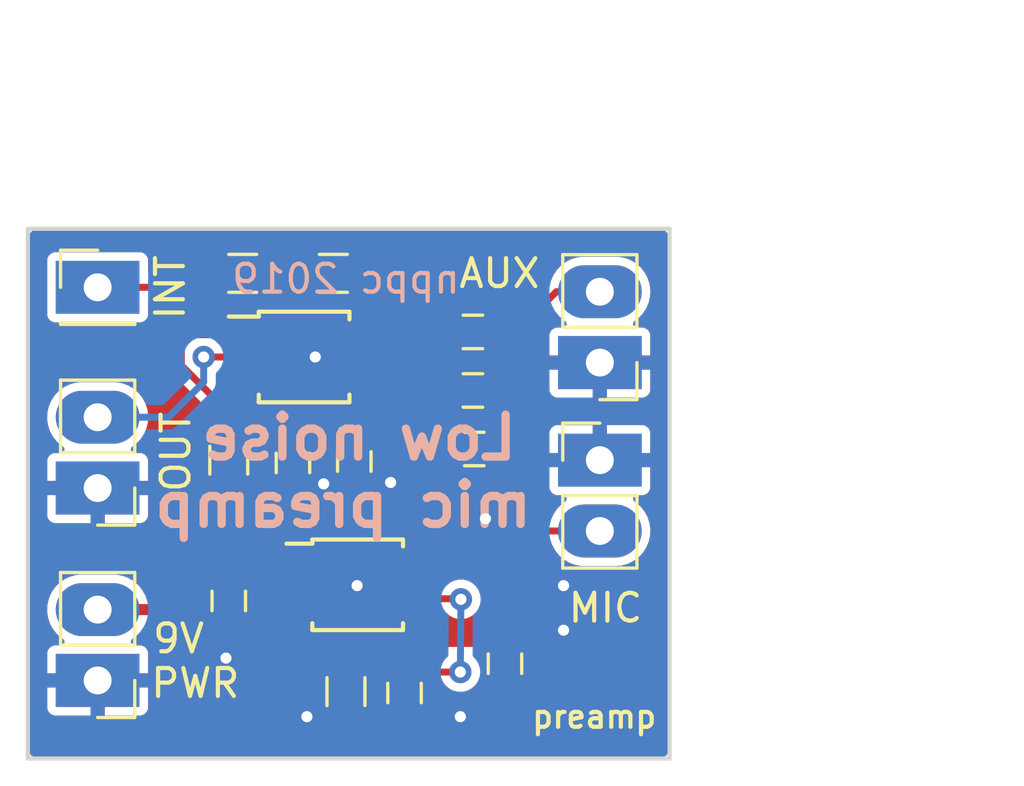
<source format=kicad_pcb>
(kicad_pcb (version 20221018) (generator pcbnew)
  (layers (0 "F.Cu" signal) (31 "B.Cu" signal) (34 "B.Paste" user) (35 "F.Paste" user) (36 "B.SilkS" user "B.Silkscreen") (37 "F.SilkS" user "F.Silkscreen") (38 "B.Mask" user) (39 "F.Mask" user) (44 "Edge.Cuts" user))
  (net 0 "")
  (net 1 "GND")
  (net 2 "/BIAS")
  (net 3 "+9V")
  (net 4 "Net-(C3-Pad1)")
  (net 5 "Net-(C4-Pad1)")
  (net 6 "/AUX_IN")
  (net 7 "/IN-")
  (net 8 "Net-(C6-Pad1)")
  (net 9 "/IN+")
  (net 10 "VCC")
  (net 11 "Net-(J2-Pad1)")
  (net 12 "/OUT")
  (net 13 "/INT")
  (net 14 "/G2")
  (net 15 "/G1")
  (net 16 "Net-(U2-Pad4)")
  (footprint "Capacitors_SMD:C_0603" (layer "F.Cu") (at 139.7 69.35 90)
    (fp_text reference "C1" hide)
    (fp_text value "100n")
    (fp_line (start -0.35 -0.6) (end 0.35 -0.6) (stroke (width 0.12)) (layer "F.SilkS"))
    (fp_line (start 0.35 0.6) (end -0.35 0.6) (stroke (width 0.12)) (layer "F.SilkS"))
    (pad "1" smd rect (at -0.75 0 90) (size 0.8 0.75) (layers "F.Cu" "F.Paste" "F.Mask") (net 1 "GND"))
    (pad "2" smd rect (at 0.75 0 90) (size 0.8 0.75) (layers "F.Cu" "F.Paste" "F.Mask") (net 2 "/BIAS"))
  )
  (footprint "Capacitors_SMD:C_0603" (layer "F.Cu") (at 135.2 74.35 -90)
    (fp_text reference "C2" hide)
    (fp_text value "10uf")
    (fp_line (start -0.35 -0.6) (end 0.35 -0.6) (stroke (width 0.12)) (layer "F.SilkS"))
    (fp_line (start 0.35 0.6) (end -0.35 0.6) (stroke (width 0.12)) (layer "F.SilkS"))
    (pad "1" smd rect (at -0.75 0 270) (size 0.8 0.75) (layers "F.Cu" "F.Paste" "F.Mask") (net 3 "+9V"))
    (pad "2" smd rect (at 0.75 0 270) (size 0.8 0.75) (layers "F.Cu" "F.Paste" "F.Mask") (net 1 "GND"))
  )
  (footprint "Capacitors_SMD:C_0603" (layer "F.Cu") (at 144 68.9 180)
    (fp_text reference "C6" hide)
    (fp_text value "1uf")
    (fp_line (start -0.35 -0.6) (end 0.35 -0.6) (stroke (width 0.12)) (layer "F.SilkS"))
    (fp_line (start 0.35 0.6) (end -0.35 0.6) (stroke (width 0.12)) (layer "F.SilkS"))
    (pad "1" smd rect (at -0.75 0 180) (size 0.8 0.75) (layers "F.Cu" "F.Paste" "F.Mask") (net 8 "Net-(C6-Pad1)"))
    (pad "2" smd rect (at 0.75 0 180) (size 0.8 0.75) (layers "F.Cu" "F.Paste" "F.Mask") (net 9 "/IN+"))
  )
  (footprint "Capacitors_SMD:C_0603" (layer "F.Cu") (at 137.5 69.4 -90)
    (fp_text reference "C7" hide)
    (fp_text value "100n")
    (fp_line (start -0.35 -0.6) (end 0.35 -0.6) (stroke (width 0.12)) (layer "F.SilkS"))
    (fp_line (start 0.35 0.6) (end -0.35 0.6) (stroke (width 0.12)) (layer "F.SilkS"))
    (pad "1" smd rect (at -0.75 0 270) (size 0.8 0.75) (layers "F.Cu" "F.Paste" "F.Mask") (net 10 "VCC"))
    (pad "2" smd rect (at 0.75 0 270) (size 0.8 0.75) (layers "F.Cu" "F.Paste" "F.Mask") (net 1 "GND"))
  )
  (footprint "KiCadCustomLibs:Conn_1x02_2.54mm" (layer "F.Cu") (at 130.5 77.2 180)
    (fp_text reference "J1" hide)
    (fp_text value "PWR" hide)
    (fp_line (start -1.33 -1.33) (end 0 -1.33) (stroke (width 0.12)) (layer "F.SilkS"))
    (fp_line (start -1.33 0) (end -1.33 -1.33) (stroke (width 0.12)) (layer "F.SilkS"))
    (fp_line (start -1.33 1.27) (end -1.33 3.87) (stroke (width 0.12)) (layer "F.SilkS"))
    (fp_line (start -1.33 1.27) (end 1.33 1.27) (stroke (width 0.12)) (layer "F.SilkS"))
    (fp_line (start -1.33 3.87) (end 1.33 3.87) (stroke (width 0.12)) (layer "F.SilkS"))
    (fp_line (start 1.33 1.27) (end 1.33 3.87) (stroke (width 0.12)) (layer "F.SilkS"))
    (pad "1" thru_hole rect (at 0 0 180) (size 3 1.9) (drill 1) (layers "*.Cu" "*.Mask") (net 1 "GND"))
    (pad "2" thru_hole oval (at 0 2.54 180) (size 3 1.9) (drill 1) (layers "*.Cu" "*.Mask") (net 3 "+9V"))
  )
  (footprint "KiCadCustomLibs:Conn_1x01_2.54mm" (layer "F.Cu") (at 130.5 63.1)
    (fp_text reference "J2" hide)
    (fp_text value "INT" hide)
    (fp_line (start -1.33 -1.33) (end 0 -1.33) (stroke (width 0.12)) (layer "F.SilkS"))
    (fp_line (start -1.33 0) (end -1.33 -1.33) (stroke (width 0.12)) (layer "F.SilkS"))
    (fp_line (start -1.33 1.27) (end -1.33 1.33) (stroke (width 0.12)) (layer "F.SilkS"))
    (fp_line (start -1.33 1.27) (end 1.33 1.27) (stroke (width 0.12)) (layer "F.SilkS"))
    (fp_line (start -1.33 1.33) (end 1.33 1.33) (stroke (width 0.12)) (layer "F.SilkS"))
    (fp_line (start 1.33 1.27) (end 1.33 1.33) (stroke (width 0.12)) (layer "F.SilkS"))
    (pad "1" thru_hole rect (at 0 0) (size 3 1.9) (drill 1) (layers "*.Cu" "*.Mask") (net 11 "Net-(J2-Pad1)"))
  )
  (footprint "KiCadCustomLibs:Conn_1x02_2.54mm" (layer "F.Cu") (at 130.5 70.3 180)
    (fp_text reference "J3" hide)
    (fp_text value "OUT" hide)
    (fp_line (start -1.33 -1.33) (end 0 -1.33) (stroke (width 0.12)) (layer "F.SilkS"))
    (fp_line (start -1.33 0) (end -1.33 -1.33) (stroke (width 0.12)) (layer "F.SilkS"))
    (fp_line (start -1.33 1.27) (end -1.33 3.87) (stroke (width 0.12)) (layer "F.SilkS"))
    (fp_line (start -1.33 1.27) (end 1.33 1.27) (stroke (width 0.12)) (layer "F.SilkS"))
    (fp_line (start -1.33 3.87) (end 1.33 3.87) (stroke (width 0.12)) (layer "F.SilkS"))
    (fp_line (start 1.33 1.27) (end 1.33 3.87) (stroke (width 0.12)) (layer "F.SilkS"))
    (pad "1" thru_hole rect (at 0 0 180) (size 3 1.9) (drill 1) (layers "*.Cu" "*.Mask") (net 1 "GND"))
    (pad "2" thru_hole oval (at 0 2.54 180) (size 3 1.9) (drill 1) (layers "*.Cu" "*.Mask") (net 12 "/OUT"))
  )
  (footprint "Resistors_SMD:R_0603" (layer "F.Cu") (at 135.7 62.6 180)
    (fp_text reference "R1" hide)
    (fp_text value "100")
    (fp_line (start -0.5 -0.68) (end 0.5 -0.68) (stroke (width 0.12)) (layer "F.SilkS"))
    (fp_line (start 0.5 0.68) (end -0.5 0.68) (stroke (width 0.12)) (layer "F.SilkS"))
    (pad "1" smd rect (at -0.75 0 180) (size 0.5 0.9) (layers "F.Cu" "F.Paste" "F.Mask") (net 13 "/INT"))
    (pad "2" smd rect (at 0.75 0 180) (size 0.5 0.9) (layers "F.Cu" "F.Paste" "F.Mask") (net 11 "Net-(J2-Pad1)"))
  )
  (footprint "Resistors_SMD:R_0603" (layer "F.Cu") (at 135.2 69.3 -90)
    (fp_text reference "R2" hide)
    (fp_text value "100K")
    (fp_line (start -0.5 -0.68) (end 0.5 -0.68) (stroke (width 0.12)) (layer "F.SilkS"))
    (fp_line (start 0.5 0.68) (end -0.5 0.68) (stroke (width 0.12)) (layer "F.SilkS"))
    (pad "1" smd rect (at -0.75 0 270) (size 0.5 0.9) (layers "F.Cu" "F.Paste" "F.Mask") (net 13 "/INT"))
    (pad "2" smd rect (at 0.75 0 270) (size 0.5 0.9) (layers "F.Cu" "F.Paste" "F.Mask") (net 10 "VCC"))
  )
  (footprint "Housings_SSOP:TSSOP-10_3x3mm_Pitch0.5mm" (layer "F.Cu") (at 137.9 65.6)
    (fp_text reference "U1" hide)
    (fp_text value "MAX4062")
    (fp_line (start -1.625 -1.625) (end -1.625 -1.45) (stroke (width 0.15)) (layer "F.SilkS"))
    (fp_line (start -1.625 -1.625) (end 1.625 -1.625) (stroke (width 0.15)) (layer "F.SilkS"))
    (fp_line (start -1.625 -1.45) (end -2.7 -1.45) (stroke (width 0.15)) (layer "F.SilkS"))
    (fp_line (start -1.625 1.625) (end -1.625 1.35) (stroke (width 0.15)) (layer "F.SilkS"))
    (fp_line (start -1.625 1.625) (end 1.625 1.625) (stroke (width 0.15)) (layer "F.SilkS"))
    (fp_line (start 1.625 -1.625) (end 1.625 -1.35) (stroke (width 0.15)) (layer "F.SilkS"))
    (fp_line (start 1.625 1.625) (end 1.625 1.35) (stroke (width 0.15)) (layer "F.SilkS"))
    (pad "1" smd rect (at -2.15 -1) (size 1.1 0.25) (layers "F.Cu" "F.Paste" "F.Mask") (net 14 "/G2"))
    (pad "2" smd rect (at -2.15 -0.5) (size 1.1 0.25) (layers "F.Cu" "F.Paste" "F.Mask") (net 13 "/INT"))
    (pad "3" smd rect (at -2.15 0) (size 1.1 0.25) (layers "F.Cu" "F.Paste" "F.Mask") (net 12 "/OUT"))
    (pad "4" smd rect (at -2.15 0.5) (size 1.1 0.25) (layers "F.Cu" "F.Paste" "F.Mask") (net 2 "/BIAS"))
    (pad "5" smd rect (at -2.15 1) (size 1.1 0.25) (layers "F.Cu" "F.Paste" "F.Mask") (net 10 "VCC"))
    (pad "6" smd rect (at 2.15 1) (size 1.1 0.25) (layers "F.Cu" "F.Paste" "F.Mask") (net 9 "/IN+"))
    (pad "7" smd rect (at 2.15 0.5) (size 1.1 0.25) (layers "F.Cu" "F.Paste" "F.Mask") (net 7 "/IN-"))
    (pad "8" smd rect (at 2.15 0) (size 1.1 0.25) (layers "F.Cu" "F.Paste" "F.Mask") (net 1 "GND"))
    (pad "9" smd rect (at 2.15 -0.5) (size 1.1 0.25) (layers "F.Cu" "F.Paste" "F.Mask") (net 6 "/AUX_IN"))
    (pad "10" smd rect (at 2.15 -1) (size 1.1 0.25) (layers "F.Cu" "F.Paste" "F.Mask") (net 15 "/G1"))
  )
  (footprint "Capacitors_SMD:C_0603" (layer "F.Cu") (at 143.95 66.8 180)
    (fp_text reference "C5" hide)
    (fp_text value "1uf")
    (fp_line (start -0.35 -0.6) (end 0.35 -0.6) (stroke (width 0.12)) (layer "F.SilkS"))
    (fp_line (start 0.35 0.6) (end -0.35 0.6) (stroke (width 0.12)) (layer "F.SilkS"))
    (pad "1" smd rect (at -0.75 0 180) (size 0.8 0.75) (layers "F.Cu" "F.Paste" "F.Mask") (net 1 "GND"))
    (pad "2" smd rect (at 0.75 0 180) (size 0.8 0.75) (layers "F.Cu" "F.Paste" "F.Mask") (net 7 "/IN-"))
  )
  (footprint "Capacitors_SMD:C_0603" (layer "F.Cu") (at 143.95 64.7 180)
    (fp_text reference "C4" hide)
    (fp_text value "1uf")
    (fp_line (start -0.35 -0.6) (end 0.35 -0.6) (stroke (width 0.12)) (layer "F.SilkS"))
    (fp_line (start 0.35 0.6) (end -0.35 0.6) (stroke (width 0.12)) (layer "F.SilkS"))
    (pad "1" smd rect (at -0.75 0 180) (size 0.8 0.75) (layers "F.Cu" "F.Paste" "F.Mask") (net 5 "Net-(C4-Pad1)"))
    (pad "2" smd rect (at 0.75 0 180) (size 0.8 0.75) (layers "F.Cu" "F.Paste" "F.Mask") (net 6 "/AUX_IN"))
  )
  (footprint "KiCadCustomLibs:Conn_1x02_2.54mm" (layer "F.Cu") (at 148.5 69.3)
    (fp_text reference "J5" hide)
    (fp_text value "MIC" hide)
    (fp_line (start -1.33 -1.33) (end 0 -1.33) (stroke (width 0.12)) (layer "F.SilkS"))
    (fp_line (start -1.33 0) (end -1.33 -1.33) (stroke (width 0.12)) (layer "F.SilkS"))
    (fp_line (start -1.33 1.27) (end -1.33 3.87) (stroke (width 0.12)) (layer "F.SilkS"))
    (fp_line (start -1.33 1.27) (end 1.33 1.27) (stroke (width 0.12)) (layer "F.SilkS"))
    (fp_line (start -1.33 3.87) (end 1.33 3.87) (stroke (width 0.12)) (layer "F.SilkS"))
    (fp_line (start 1.33 1.27) (end 1.33 3.87) (stroke (width 0.12)) (layer "F.SilkS"))
    (pad "1" thru_hole rect (at 0 0) (size 3 1.9) (drill 1) (layers "*.Cu" "*.Mask") (net 1 "GND"))
    (pad "2" thru_hole oval (at 0 2.54) (size 3 1.9) (drill 1) (layers "*.Cu" "*.Mask") (net 8 "Net-(C6-Pad1)"))
  )
  (footprint "KiCadCustomLibs:Conn_1x02_2.54mm" (layer "F.Cu") (at 148.5 65.8 180)
    (fp_text reference "J4" hide)
    (fp_text value "AUX" hide)
    (fp_line (start -1.33 -1.33) (end 0 -1.33) (stroke (width 0.12)) (layer "F.SilkS"))
    (fp_line (start -1.33 0) (end -1.33 -1.33) (stroke (width 0.12)) (layer "F.SilkS"))
    (fp_line (start -1.33 1.27) (end -1.33 3.87) (stroke (width 0.12)) (layer "F.SilkS"))
    (fp_line (start -1.33 1.27) (end 1.33 1.27) (stroke (width 0.12)) (layer "F.SilkS"))
    (fp_line (start -1.33 3.87) (end 1.33 3.87) (stroke (width 0.12)) (layer "F.SilkS"))
    (fp_line (start 1.33 1.27) (end 1.33 3.87) (stroke (width 0.12)) (layer "F.SilkS"))
    (pad "1" thru_hole rect (at 0 0 180) (size 3 1.9) (drill 1) (layers "*.Cu" "*.Mask") (net 1 "GND"))
    (pad "2" thru_hole oval (at 0 2.54 180) (size 3 1.9) (drill 1) (layers "*.Cu" "*.Mask") (net 5 "Net-(C4-Pad1)"))
  )
  (footprint "Capacitors_SMD:C_0603" (layer "F.Cu") (at 141.5 77.65 -90)
    (fp_text reference "C3" hide)
    (fp_text value "0.47uf")
    (fp_line (start -0.35 -0.6) (end 0.35 -0.6) (stroke (width 0.12)) (layer "F.SilkS"))
    (fp_line (start 0.35 0.6) (end -0.35 0.6) (stroke (width 0.12)) (layer "F.SilkS"))
    (pad "1" smd rect (at -0.75 0 270) (size 0.8 0.75) (layers "F.Cu" "F.Paste" "F.Mask") (net 4 "Net-(C3-Pad1)"))
    (pad "2" smd rect (at 0.75 0 270) (size 0.8 0.75) (layers "F.Cu" "F.Paste" "F.Mask") (net 1 "GND"))
  )
  (footprint "Resistors_SMD:R_0603" (layer "F.Cu") (at 139.4 77.6 90)
    (fp_text reference "R4" hide)
    (fp_text value "50K")
    (fp_line (start -0.5 -0.68) (end 0.5 -0.68) (stroke (width 0.12)) (layer "F.SilkS"))
    (fp_line (start 0.5 0.68) (end -0.5 0.68) (stroke (width 0.12)) (layer "F.SilkS"))
    (pad "1" smd rect (at -0.75 0 90) (size 0.5 0.9) (layers "F.Cu" "F.Paste" "F.Mask") (net 1 "GND"))
    (pad "2" smd rect (at 0.75 0 90) (size 0.5 0.9) (layers "F.Cu" "F.Paste" "F.Mask") (net 4 "Net-(C3-Pad1)"))
  )
  (footprint "Capacitors_SMD:C_0603" (layer "F.Cu") (at 145.1 76.6 -90)
    (fp_text reference "C8" hide)
    (fp_text value "10uf")
    (fp_line (start -0.35 -0.6) (end 0.35 -0.6) (stroke (width 0.12)) (layer "F.SilkS"))
    (fp_line (start 0.35 0.6) (end -0.35 0.6) (stroke (width 0.12)) (layer "F.SilkS"))
    (pad "1" smd rect (at -0.75 0 270) (size 0.8 0.75) (layers "F.Cu" "F.Paste" "F.Mask") (net 10 "VCC"))
    (pad "2" smd rect (at 0.75 0 270) (size 0.8 0.75) (layers "F.Cu" "F.Paste" "F.Mask") (net 1 "GND"))
  )
  (footprint "Housings_SSOP:MSOP-10-1EP_3x3mm_Pitch0.5mm" (layer "F.Cu") (at 139.82 73.77)
    (fp_text reference "U2" hide)
    (fp_text value "LT3042")
    (fp_line (start -1.625 -1.625) (end -1.625 -1.475) (stroke (width 0.15)) (layer "F.SilkS"))
    (fp_line (start -1.625 -1.625) (end 1.625 -1.625) (stroke (width 0.15)) (layer "F.SilkS"))
    (fp_line (start -1.625 -1.475) (end -2.55 -1.475) (stroke (width 0.15)) (layer "F.SilkS"))
    (fp_line (start -1.625 1.625) (end -1.625 1.3775) (stroke (width 0.15)) (layer "F.SilkS"))
    (fp_line (start -1.625 1.625) (end 1.625 1.625) (stroke (width 0.15)) (layer "F.SilkS"))
    (fp_line (start 1.625 -1.625) (end 1.625 -1.3775) (stroke (width 0.15)) (layer "F.SilkS"))
    (fp_line (start 1.625 1.625) (end 1.625 1.3775) (stroke (width 0.15)) (layer "F.SilkS"))
    (pad "1" smd rect (at -2.105 -1) (size 0.89 0.305) (layers "F.Cu" "F.Paste" "F.Mask") (net 3 "+9V"))
    (pad "2" smd rect (at -2.105 -0.5) (size 0.89 0.305) (layers "F.Cu" "F.Paste" "F.Mask") (net 3 "+9V"))
    (pad "3" smd rect (at -2.105 0) (size 0.89 0.305) (layers "F.Cu" "F.Paste" "F.Mask") (net 3 "+9V"))
    (pad "4" smd rect (at -2.105 0.5) (size 0.89 0.305) (layers "F.Cu" "F.Paste" "F.Mask") (net 16 "Net-(U2-Pad4)"))
    (pad "5" smd rect (at -2.105 1) (size 0.89 0.305) (layers "F.Cu" "F.Paste" "F.Mask") (net 1 "GND"))
    (pad "6" smd rect (at 2.105 1) (size 0.89 0.305) (layers "F.Cu" "F.Paste" "F.Mask") (net 3 "+9V"))
    (pad "7" smd rect (at 2.105 0.5) (size 0.89 0.305) (layers "F.Cu" "F.Paste" "F.Mask") (net 4 "Net-(C3-Pad1)"))
    (pad "8" smd rect (at 2.105 0) (size 0.89 0.305) (layers "F.Cu" "F.Paste" "F.Mask") (net 1 "GND"))
    (pad "9" smd rect (at 2.105 -0.5) (size 0.89 0.305) (layers "F.Cu" "F.Paste" "F.Mask") (net 10 "VCC"))
    (pad "10" smd rect (at 2.105 -1) (size 0.89 0.305) (layers "F.Cu" "F.Paste" "F.Mask") (net 10 "VCC"))
    (pad "11" smd rect (at -0.42 -0.47) (size 0.84 0.94) (layers "F.Cu" "F.Paste" "F.Mask") (net 1 "GND"))
    (pad "11" smd rect (at -0.42 0.47) (size 0.84 0.94) (layers "F.Cu" "F.Paste" "F.Mask") (net 1 "GND"))
    (pad "11" smd rect (at 0.42 -0.47) (size 0.84 0.94) (layers "F.Cu" "F.Paste" "F.Mask") (net 1 "GND"))
    (pad "11" smd rect (at 0.42 0.47) (size 0.84 0.94) (layers "F.Cu" "F.Paste" "F.Mask") (net 1 "GND"))
  )
  (footprint "Resistors_SMD:R_0603" (layer "F.Cu") (at 138.95 62.6 180)
    (fp_text reference "R3" hide)
    (fp_text value "11K")
    (fp_line (start -0.5 -0.68) (end 0.5 -0.68) (stroke (width 0.12)) (layer "F.SilkS"))
    (fp_line (start 0.5 0.68) (end -0.5 0.68) (stroke (width 0.12)) (layer "F.SilkS"))
    (pad "1" smd rect (at -0.75 0 180) (size 0.5 0.9) (layers "F.Cu" "F.Paste" "F.Mask") (net 15 "/G1"))
    (pad "2" smd rect (at 0.75 0 180) (size 0.5 0.9) (layers "F.Cu" "F.Paste" "F.Mask") (net 14 "/G2"))
  )
  (gr_line (start 128 80) (end 128 61) (stroke (width 0.15)) (layer "Edge.Cuts"))
  (gr_line (start 151 61) (end 151 80) (stroke (width 0.15)) (layer "Edge.Cuts"))
  (gr_line (start 128 61) (end 151 61) (stroke (width 0.15)) (layer "Edge.Cuts"))
  (gr_line (start 151 80) (end 128 80) (stroke (width 0.15)) (layer "Edge.Cuts"))
  (gr_text "Low noise \nmic preamp" (at 139.3 69.7) (layer "B.SilkS") (effects (font (size 1.5 1.5) (thickness 0.3)) (justify mirror)))
  (gr_text "nppc 2019" (at 139.4 62.8) (layer "B.SilkS") (effects (font (size 1 1)) (justify mirror)))
  (gr_text "MIC" (at 148.7 74.6) (layer "F.SilkS") (effects (font (size 1 1))))
  (gr_text "PWR" (at 134 77.3) (layer "F.SilkS") (effects (font (size 1 1))))
  (gr_text "INT" (at 133.1 63.1 90) (layer "F.SilkS") (effects (font (size 1 1))))
  (gr_text "OUT" (at 133.3 69 90) (layer "F.SilkS") (effects (font (size 1 1))))
  (gr_text "preamp" (at 148.3 78.5) (layer "F.SilkS") (effects (font (size 0.8 0.8))))
  (gr_text "9V" (at 133.4 75.7) (layer "F.SilkS") (effects (font (size 1 1))))
  (gr_text "AUX" (at 144.9 62.6) (layer "F.SilkS") (effects (font (size 1 1))))
  (segment (start 137.715 74.77) (end 138.87 74.77) (width 0.25) (layer "F.Cu") (net 1))
  (segment (start 139.4 74.24) (end 139.4 73.3) (width 0.25) (layer "F.Cu") (net 1))
  (segment (start 139.4 74.24) (end 140.24 74.24) (width 0.25) (layer "F.Cu") (net 1))
  (segment (start 139.4 73.3) (end 140.24 73.3) (width 0.25) (layer "F.Cu") (net 1))
  (segment (start 141.925 73.77) (end 140.71 73.77) (width 0.25) (layer "F.Cu") (net 1))
  (segment (start 140.71 73.77) (end 140.24 73.3) (width 0.25) (layer "F.Cu") (net 1))
  (segment (start 141 70.1) (end 143.1 70.1) (width 0.4) (layer "F.Cu") (net 1))
  (segment (start 139.7 70.1) (end 141 70.1) (width 0.25) (layer "F.Cu") (net 1))
  (segment (start 146 66.2) (end 146.4 65.8) (width 0.25) (layer "F.Cu") (net 1))
  (segment (start 137.5 70.15) (end 138.6 70.15) (width 0.25) (layer "F.Cu") (net 1))
  (segment (start 145.7 66.8) (end 146 66.5) (width 0.25) (layer "F.Cu") (net 1))
  (segment (start 138.05 78.55) (end 138 78.5) (width 0.25) (layer "F.Cu") (net 1))
  (segment (start 138.6 70.15) (end 139.65 70.15) (width 0.25) (layer "F.Cu") (net 1))
  (segment (start 143.1 70.1) (end 144.4 71.4) (width 0.4) (layer "F.Cu") (net 1))
  (segment (start 140.05 65.6) (end 138.3 65.6) (width 0.25) (layer "F.Cu") (net 1))
  (segment (start 138.87 74.77) (end 139.34 74.3) (width 0.25) (layer "F.Cu") (net 1))
  (segment (start 144.7 66.8) (end 145.7 66.8) (width 0.25) (layer "F.Cu") (net 1))
  (segment (start 139.65 70.15) (end 139.7 70.1) (width 0.25) (layer "F.Cu") (net 1))
  (segment (start 139.4 78.55) (end 138.05 78.55) (width 0.25) (layer "F.Cu") (net 1))
  (segment (start 147.2 73.8) (end 147.2 75.4) (width 0.4) (layer "F.Cu") (net 1))
  (segment (start 143.8 78.6) (end 143.95 78.45) (width 0.25) (layer "F.Cu") (net 1))
  (segment (start 145.1 78.45) (end 145.1 77.40001) (width 0.25) (layer "F.Cu") (net 1))
  (segment (start 139.4 78.35) (end 141.45 78.35) (width 0.25) (layer "F.Cu") (net 1))
  (segment (start 146.4 65.8) (end 148.7 65.8) (width 0.25) (layer "F.Cu") (net 1))
  (segment (start 135.1 75.1) (end 135.1 76.4) (width 0.25) (layer "F.Cu") (net 1))
  (segment (start 143.55 78.45) (end 143.5 78.5) (width 0.25) (layer "F.Cu") (net 1))
  (segment (start 146 66.5) (end 146 66.2) (width 0.25) (layer "F.Cu") (net 1))
  (segment (start 139.34 74.3) (end 139.4 74.24) (width 0.25) (layer "F.Cu") (net 1))
  (segment (start 143.95 78.45) (end 145.1 78.45) (width 0.25) (layer "F.Cu") (net 1))
  (segment (start 141.5 78.6) (end 143.8 78.6) (width 0.25) (layer "F.Cu") (net 1))
  (segment (start 141.45 78.35) (end 141.5 78.4) (width 0.25) (layer "F.Cu") (net 1))
  (segment (start 145.1 78.45) (end 143.55 78.45) (width 0.25) (layer "F.Cu") (net 1))
  (via (at 139.8 73.8) (size 0.8) (drill 0.4) (layers "F.Cu" "B.Cu") (net 1))
  (via (at 138.6 70.15) (size 0.8) (drill 0.4) (layers "F.Cu" "B.Cu") (net 1))
  (via (at 138.3 65.6) (size 0.8) (drill 0.4) (layers "F.Cu" "B.Cu") (net 1))
  (via (at 144.4 71.4) (size 0.8) (drill 0.4) (layers "F.Cu" "B.Cu") (net 1))
  (via (at 135.1 76.4) (size 0.8) (drill 0.4) (layers "F.Cu" "B.Cu") (net 1))
  (via (at 143.5 78.5) (size 0.8) (drill 0.4) (layers "F.Cu" "B.Cu") (net 1))
  (via (at 138 78.5) (size 0.8) (drill 0.4) (layers "F.Cu" "B.Cu") (net 1))
  (via (at 147.2 73.8) (size 0.8) (drill 0.4) (layers "F.Cu" "B.Cu") (net 1))
  (via (at 141 70.1) (size 0.8) (drill 0.4) (layers "F.Cu" "B.Cu") (net 1))
  (via (at 147.2 75.4) (size 0.8) (drill 0.4) (layers "F.Cu" "B.Cu") (net 1))
  (segment (start 138 75.64) (end 139.34 74.3) (width 0.25) (layer "B.Cu") (net 1))
  (segment (start 143.5 65.6) (end 143.7 65.8) (width 0.25) (layer "B.Cu") (net 1))
  (segment (start 145 70.1) (end 145.8 69.3) (width 0.25) (layer "B.Cu") (net 1))
  (segment (start 141 70.1) (end 145.7 70.1) (width 0.25) (layer "B.Cu") (net 1))
  (segment (start 146.8 73.8) (end 147.2 73.8) (width 0.4) (layer "B.Cu") (net 1))
  (segment (start 138.3 65.6) (end 143.5 65.6) (width 0.25) (layer "B.Cu") (net 1))
  (segment (start 134.3 77.2) (end 130.5 77.2) (width 0.25) (layer "B.Cu") (net 1))
  (segment (start 143.7 65.8) (end 148.7 65.8) (width 0.25) (layer "B.Cu") (net 1))
  (segment (start 145.8 69.3) (end 148.7 69.3) (width 0.25) (layer "B.Cu") (net 1))
  (segment (start 143.5 78.5) (end 138 78.5) (width 0.25) (layer "B.Cu") (net 1))
  (segment (start 135.1 76.4) (end 134.3 77.2) (width 0.25) (layer "B.Cu") (net 1))
  (segment (start 144.4 71.4) (end 146.8 73.8) (width 0.4) (layer "B.Cu") (net 1))
  (segment (start 138 78.5) (end 138 75.64) (width 0.25) (layer "B.Cu") (net 1))
  (segment (start 137 66.1) (end 135.75 66.1) (width 0.25) (layer "F.Cu") (net 2))
  (segment (start 139.7 68.6) (end 139 68.6) (width 0.25) (layer "F.Cu") (net 2))
  (segment (start 138.5 68.1) (end 138.5 67.6) (width 0.25) (layer "F.Cu") (net 2))
  (segment (start 139 68.6) (end 138.5 68.1) (width 0.25) (layer "F.Cu") (net 2))
  (segment (start 138.5 67.6) (end 137 66.1) (width 0.25) (layer "F.Cu") (net 2))
  (segment (start 141.925 74.77) (end 141.925 75.575) (width 0.25) (layer "F.Cu") (net 3))
  (segment (start 141.925 75.575) (end 141.6 75.9) (width 0.25) (layer "F.Cu") (net 3))
  (segment (start 136.63 72.77) (end 136.5 72.9) (width 0.25) (layer "F.Cu") (net 3))
  (segment (start 136.67 73.77) (end 136.5 73.6) (width 0.25) (layer "F.Cu") (net 3))
  (segment (start 137.715 73.77) (end 136.67 73.77) (width 0.25) (layer "F.Cu") (net 3))
  (segment (start 136.57 73.27) (end 137.715 73.27) (width 0.25) (layer "F.Cu") (net 3))
  (segment (start 136.5 73.2) (end 136.57 73.27) (width 0.25) (layer "F.Cu") (net 3))
  (segment (start 141.6 75.9) (end 136.9 75.9) (width 0.25) (layer "F.Cu") (net 3))
  (segment (start 136.5 72.9) (end 136.5 73.2) (width 0.25) (layer "F.Cu") (net 3))
  (segment (start 136.5 73.6) (end 136.5 73.2) (width 0.25) (layer "F.Cu") (net 3))
  (segment (start 137.715 72.77) (end 136.63 72.77) (width 0.25) (layer "F.Cu") (net 3))
  (segment (start 136.9 75.9) (end 136.5 75.5) (width 0.25) (layer "F.Cu") (net 3))
  (segment (start 136.5 75.5) (end 136.5 73.6) (width 0.25) (layer "F.Cu") (net 3))
  (segment (start 134.5 73.6) (end 136.5 73.6) (width 0.4) (layer "F.Cu") (net 3))
  (segment (start 130.5 74.66) (end 132.64 74.66) (width 0.4) (layer "F.Cu") (net 3))
  (segment (start 132.64 74.66) (end 133.7 73.6) (width 0.4) (layer "F.Cu") (net 3))
  (segment (start 133.7 73.6) (end 134.5 73.6) (width 0.4) (layer "F.Cu") (net 3))
  (segment (start 143.5 74.27) (end 143.52 74.29) (width 0.25) (layer "F.Cu") (net 4))
  (segment (start 141.925 74.27) (end 143.5 74.27) (width 0.25) (layer "F.Cu") (net 4))
  (segment (start 139.43 76.82) (end 139.4 76.85) (width 0.25) (layer "F.Cu") (net 4))
  (segment (start 141.5 76.9) (end 139.45 76.9) (width 0.25) (layer "F.Cu") (net 4))
  (segment (start 139.45 76.9) (end 139.4 76.85) (width 0.25) (layer "F.Cu") (net 4))
  (segment (start 143.5 76.9) (end 141.5 76.9) (width 0.25) (layer "F.Cu") (net 4))
  (segment (start 141.6 76.8) (end 141.5 76.9) (width 0.25) (layer "F.Cu") (net 4))
  (via (at 143.52 74.29) (size 0.8) (drill 0.4) (layers "F.Cu" "B.Cu") (net 4))
  (via (at 143.5 76.9) (size 0.8) (drill 0.4) (layers "F.Cu" "B.Cu") (net 4))
  (segment (start 143.52 74.29) (end 143.5 76.9) (width 0.25) (layer "B.Cu") (net 4))
  (segment (start 145.5 64.7) (end 146.94 63.26) (width 0.25) (layer "F.Cu") (net 5))
  (segment (start 146.94 63.26) (end 148.7 63.26) (width 0.25) (layer "F.Cu") (net 5))
  (segment (start 144.7 64.7) (end 145.5 64.7) (width 0.25) (layer "F.Cu") (net 5))
  (segment (start 143.2 64.7) (end 141.7 64.7) (width 0.25) (layer "F.Cu") (net 6))
  (segment (start 141.3 65.1) (end 140.05 65.1) (width 0.25) (layer "F.Cu") (net 6))
  (segment (start 141.7 64.7) (end 141.3 65.1) (width 0.25) (layer "F.Cu") (net 6))
  (segment (start 141.4 66.1) (end 142.1 66.8) (width 0.25) (layer "F.Cu") (net 7))
  (segment (start 140.05 66.1) (end 141.4 66.1) (width 0.25) (layer "F.Cu") (net 7))
  (segment (start 142.1 66.8) (end 143.2 66.8) (width 0.25) (layer "F.Cu") (net 7))
  (segment (start 144.75 70.05) (end 146.54 71.84) (width 0.25) (layer "F.Cu") (net 8))
  (segment (start 146.54 71.84) (end 148.7 71.84) (width 0.25) (layer "F.Cu") (net 8))
  (segment (start 144.75 68.9) (end 144.75 70.05) (width 0.25) (layer "F.Cu") (net 8))
  (segment (start 142.4 68.9) (end 143.25 68.9) (width 0.25) (layer "F.Cu") (net 9))
  (segment (start 140.9 66.6) (end 140.05 66.6) (width 0.25) (layer "F.Cu") (net 9))
  (segment (start 141.6 68.1) (end 142.4 68.9) (width 0.25) (layer "F.Cu") (net 9))
  (segment (start 141.6 67.3) (end 141.6 68.1) (width 0.25) (layer "F.Cu") (net 9))
  (segment (start 141.6 67.3) (end 140.9 66.6) (width 0.25) (layer "F.Cu") (net 9))
  (segment (start 143.57 72.77) (end 143.07 73.27) (width 0.25) (layer "F.Cu") (net 10))
  (segment (start 143.07 73.27) (end 141.925 73.27) (width 0.25) (layer "F.Cu") (net 10))
  (segment (start 141.925 72.77) (end 143.57 72.77) (width 0.25) (layer "F.Cu") (net 10))
  (segment (start 136 71.5) (end 142.9 71.5) (width 0.4) (layer "F.Cu") (net 10))
  (segment (start 145 76) (end 145.4 74.9) (width 0.25) (layer "F.Cu") (net 10))
  (segment (start 135.75 66.6) (end 136.5 66.6) (width 0.25) (layer "F.Cu") (net 10))
  (segment (start 135.2 70.7) (end 136 71.5) (width 0.4) (layer "F.Cu") (net 10))
  (segment (start 137.5 67.6) (end 137.5 68.65) (width 0.25) (layer "F.Cu") (net 10))
  (segment (start 143.57 72.17) (end 143.57 72.77) (width 0.4) (layer "F.Cu") (net 10))
  (segment (start 144.17 72.77) (end 143.57 72.77) (width 0.25) (layer "F.Cu") (net 10))
  (segment (start 136.05 70.05) (end 136.4 69.7) (width 0.4) (layer "F.Cu") (net 10))
  (segment (start 145.4 74.9) (end 144.9 74.4) (width 0.25) (layer "F.Cu") (net 10))
  (segment (start 135.2 70.05) (end 136.05 70.05) (width 0.4) (layer "F.Cu") (net 10))
  (segment (start 136.4 69) (end 136.75 68.65) (width 0.4) (layer "F.Cu") (net 10))
  (segment (start 136.4 69.7) (end 136.4 69) (width 0.4) (layer "F.Cu") (net 10))
  (segment (start 135.2 70.05) (end 135.2 70.7) (width 0.4) (layer "F.Cu") (net 10))
  (segment (start 144.9 74.4) (end 144.9 73.5) (width 0.25) (layer "F.Cu") (net 10))
  (segment (start 136.5 66.6) (end 137.5 67.6) (width 0.25) (layer "F.Cu") (net 10))
  (segment (start 144.9 73.5) (end 144.17 72.77) (width 0.25) (layer "F.Cu") (net 10))
  (segment (start 136.75 68.65) (end 137.5 68.65) (width 0.4) (layer "F.Cu") (net 10))
  (segment (start 142.9 71.5) (end 143.57 72.17) (width 0.4) (layer "F.Cu") (net 10))
  (segment (start 130.5 63.1) (end 132.8 63.1) (width 0.25) (layer "F.Cu") (net 11))
  (segment (start 132.8 63.1) (end 133.3 62.6) (width 0.25) (layer "F.Cu") (net 11))
  (segment (start 133.3 62.6) (end 134.75 62.6) (width 0.25) (layer "F.Cu") (net 11))
  (segment (start 134.75 62.6) (end 134.95 62.4) (width 0.25) (layer "F.Cu") (net 11))
  (segment (start 135.75 65.6) (end 134.3 65.6) (width 0.25) (layer "F.Cu") (net 12))
  (via (at 134.3 65.6) (size 0.8) (drill 0.4) (layers "F.Cu" "B.Cu") (net 12))
  (segment (start 134.3 65.6) (end 134.3 66.5) (width 0.25) (layer "B.Cu") (net 12))
  (segment (start 134.3 66.5) (end 133.04 67.76) (width 0.25) (layer "B.Cu") (net 12))
  (segment (start 133.04 67.76) (end 130.5 67.76) (width 0.25) (layer "B.Cu") (net 12))
  (segment (start 133.8 64.8) (end 134.673002 64.8) (width 0.25) (layer "F.Cu") (net 13))
  (segment (start 133.8 64.3) (end 134.3 63.8) (width 0.25) (layer "F.Cu") (net 13))
  (segment (start 134.673002 64.8) (end 134.973002 65.1) (width 0.25) (layer "F.Cu") (net 13))
  (segment (start 135.2 68.55) (end 135.2 67.6) (width 0.25) (layer "F.Cu") (net 13))
  (segment (start 133.8 64.8) (end 133.8 64.3) (width 0.25) (layer "F.Cu") (net 13))
  (segment (start 136.45 63.15) (end 136.45 62.4) (width 0.25) (layer "F.Cu") (net 13))
  (segment (start 133.5 65.1) (end 133.8 64.8) (width 0.25) (layer "F.Cu") (net 13))
  (segment (start 134.973002 65.1) (end 135.75 65.1) (width 0.25) (layer "F.Cu") (net 13))
  (segment (start 135.8 63.8) (end 136.45 63.15) (width 0.25) (layer "F.Cu") (net 13))
  (segment (start 135.2 67.6) (end 133.5 65.9) (width 0.25) (layer "F.Cu") (net 13))
  (segment (start 134.3 63.8) (end 135.8 63.8) (width 0.25) (layer "F.Cu") (net 13))
  (segment (start 133.5 65.9) (end 133.5 65.1) (width 0.25) (layer "F.Cu") (net 13))
  (segment (start 138.2 63.6) (end 138.2 62.3) (width 0.25) (layer "F.Cu") (net 14))
  (segment (start 137.2 64.6) (end 138.2 63.6) (width 0.25) (layer "F.Cu") (net 14))
  (segment (start 135.75 64.6) (end 137.2 64.6) (width 0.25) (layer "F.Cu") (net 14))
  (segment (start 139.7 62.3) (end 139.7 63.2) (width 0.25) (layer "F.Cu") (net 15))
  (segment (start 139.7 63.2) (end 140.05 63.55) (width 0.25) (layer "F.Cu") (net 15))
  (segment (start 140.05 63.55) (end 140.05 64.6) (width 0.25) (layer "F.Cu") (net 15))
  (zone (net 10) (net_name "VCC") (layer "F.Cu") (connect_pads yes (clearance 0.308)) (min_thickness 0.254) (fill yes (thermal_gap 0.508) (thermal_bridge_width 0.508))
    (polygon (pts (xy 142.8 72.4) (xy 145.8 72.4) (xy 145.8 76) (xy 142.8 76)))
  )
  (zone (net 1) (net_name "GND") (layer "F.Cu") (connect_pads (clearance 0.308)) (min_thickness 0.254) (fill yes (thermal_gap 0.308) (thermal_bridge_width 0.508))
    (polygon (pts (xy 127 80) (xy 151 80) (xy 151 61) (xy 127 61)))
    (polygon (pts (xy 142.6 72.2) (xy 146 72.2) (xy 146 76.2) (xy 142.6 76.2)))
    (polygon (pts (xy 142.4 72) (xy 146.2 72) (xy 146.2 76.4) (xy 142.4 76.4)))
  )
  (zone (net 1) (net_name "GND") (layer "B.Cu") (connect_pads (clearance 0.308)) (min_thickness 0.254) (fill yes (thermal_gap 0.308) (thermal_bridge_width 0.508))
    (polygon (pts (xy 128 61) (xy 128 81) (xy 151 81) (xy 151 61)))
  )
)
</source>
